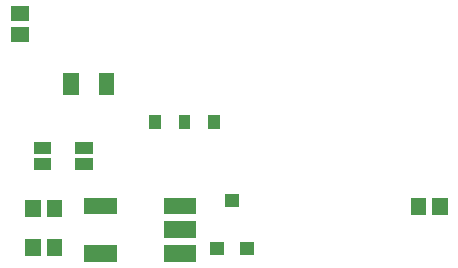
<source format=gbr>
G04 start of page 10 for group -4015 idx -4015 *
G04 Title: (unknown), toppaste *
G04 Creator: pcb 20110918 *
G04 CreationDate: Tue 03 Feb 2015 07:51:17 PM GMT UTC *
G04 For: fosse *
G04 Format: Gerber/RS-274X *
G04 PCB-Dimensions: 200000 148000 *
G04 PCB-Coordinate-Origin: lower left *
%MOIN*%
%FSLAX25Y25*%
%LNTOPPASTE*%
%ADD93R,0.0394X0.0394*%
%ADD92R,0.0512X0.0512*%
%ADD91R,0.0433X0.0433*%
%ADD90R,0.0433X0.0433*%
%ADD89R,0.0551X0.0551*%
%ADD88R,0.0390X0.0390*%
G54D88*X66400Y75650D02*Y74850D01*
X56600Y75650D02*Y74850D01*
X76200Y75650D02*Y74850D01*
G54D89*X62305Y47339D02*X67620D01*
X62305Y39465D02*X67620D01*
X62305Y31591D02*X67620D01*
X35730Y47339D02*X41045D01*
X35730Y31591D02*X41045D01*
G54D90*X82027Y49275D02*X82422D01*
G54D91*X77106Y33134D02*X77500D01*
X86948D02*X87342D01*
G54D92*X144457Y47599D02*Y46813D01*
X151543Y47599D02*Y46813D01*
X28595Y89284D02*Y86922D01*
X40405Y89284D02*Y86922D01*
G54D93*X31906Y66756D02*X33874D01*
X31906Y61244D02*X33874D01*
X18126Y66756D02*X20094D01*
X18126Y61244D02*X20094D01*
G54D92*X15957Y33893D02*Y33107D01*
X23043Y33893D02*Y33107D01*
X15957Y46893D02*Y46107D01*
X23043Y46893D02*Y46107D01*
X11107Y104457D02*X11893D01*
X11107Y111543D02*X11893D01*
M02*

</source>
